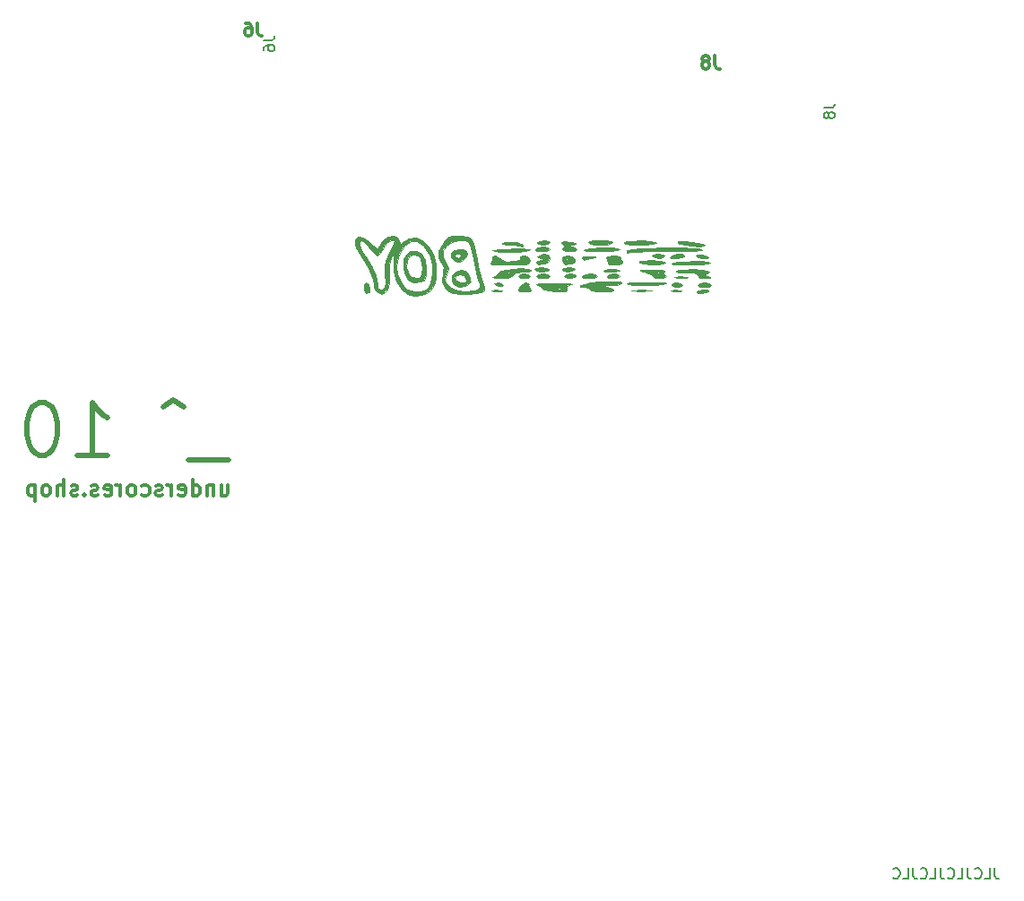
<source format=gbo>
G04 #@! TF.GenerationSoftware,KiCad,Pcbnew,6.0.7*
G04 #@! TF.CreationDate,2023-08-31T11:58:30+12:00*
G04 #@! TF.ProjectId,recurBOY,72656375-7242-44f5-992e-6b696361645f,v0_7_2*
G04 #@! TF.SameCoordinates,Original*
G04 #@! TF.FileFunction,Legend,Bot*
G04 #@! TF.FilePolarity,Positive*
%FSLAX46Y46*%
G04 Gerber Fmt 4.6, Leading zero omitted, Abs format (unit mm)*
G04 Created by KiCad (PCBNEW 6.0.7) date 2023-08-31 11:58:30*
%MOMM*%
%LPD*%
G01*
G04 APERTURE LIST*
%ADD10C,0.300000*%
%ADD11C,0.500000*%
%ADD12C,0.150000*%
%ADD13C,0.010000*%
G04 APERTURE END LIST*
D10*
X173500000Y-56542857D02*
X173500000Y-57400000D01*
X173557142Y-57571428D01*
X173671428Y-57685714D01*
X173842857Y-57742857D01*
X173957142Y-57742857D01*
X172757142Y-57057142D02*
X172871428Y-57000000D01*
X172928571Y-56942857D01*
X172985714Y-56828571D01*
X172985714Y-56771428D01*
X172928571Y-56657142D01*
X172871428Y-56600000D01*
X172757142Y-56542857D01*
X172528571Y-56542857D01*
X172414285Y-56600000D01*
X172357142Y-56657142D01*
X172300000Y-56771428D01*
X172300000Y-56828571D01*
X172357142Y-56942857D01*
X172414285Y-57000000D01*
X172528571Y-57057142D01*
X172757142Y-57057142D01*
X172871428Y-57114285D01*
X172928571Y-57171428D01*
X172985714Y-57285714D01*
X172985714Y-57514285D01*
X172928571Y-57628571D01*
X172871428Y-57685714D01*
X172757142Y-57742857D01*
X172528571Y-57742857D01*
X172414285Y-57685714D01*
X172357142Y-57628571D01*
X172300000Y-57514285D01*
X172300000Y-57285714D01*
X172357142Y-57171428D01*
X172414285Y-57114285D01*
X172528571Y-57057142D01*
D11*
X127600000Y-94738095D02*
X123790476Y-94738095D01*
X123314285Y-89738095D02*
X122361904Y-89023809D01*
X121409523Y-89738095D01*
X113314285Y-94261904D02*
X116171428Y-94261904D01*
X114742857Y-94261904D02*
X114742857Y-89261904D01*
X115219047Y-89976190D01*
X115695238Y-90452380D01*
X116171428Y-90690476D01*
X110219047Y-89261904D02*
X109742857Y-89261904D01*
X109266666Y-89500000D01*
X109028571Y-89738095D01*
X108790476Y-90214285D01*
X108552380Y-91166666D01*
X108552380Y-92357142D01*
X108790476Y-93309523D01*
X109028571Y-93785714D01*
X109266666Y-94023809D01*
X109742857Y-94261904D01*
X110219047Y-94261904D01*
X110695238Y-94023809D01*
X110933333Y-93785714D01*
X111171428Y-93309523D01*
X111409523Y-92357142D01*
X111409523Y-91166666D01*
X111171428Y-90214285D01*
X110933333Y-89738095D01*
X110695238Y-89500000D01*
X110219047Y-89261904D01*
D10*
X130300000Y-53442857D02*
X130300000Y-54300000D01*
X130357142Y-54471428D01*
X130471428Y-54585714D01*
X130642857Y-54642857D01*
X130757142Y-54642857D01*
X129214285Y-53442857D02*
X129442857Y-53442857D01*
X129557142Y-53500000D01*
X129614285Y-53557142D01*
X129728571Y-53728571D01*
X129785714Y-53957142D01*
X129785714Y-54414285D01*
X129728571Y-54528571D01*
X129671428Y-54585714D01*
X129557142Y-54642857D01*
X129328571Y-54642857D01*
X129214285Y-54585714D01*
X129157142Y-54528571D01*
X129100000Y-54414285D01*
X129100000Y-54128571D01*
X129157142Y-54014285D01*
X129214285Y-53957142D01*
X129328571Y-53900000D01*
X129557142Y-53900000D01*
X129671428Y-53957142D01*
X129728571Y-54014285D01*
X129785714Y-54128571D01*
X126885714Y-97078571D02*
X126885714Y-98078571D01*
X127528571Y-97078571D02*
X127528571Y-97864285D01*
X127457142Y-98007142D01*
X127314285Y-98078571D01*
X127100000Y-98078571D01*
X126957142Y-98007142D01*
X126885714Y-97935714D01*
X126171428Y-97078571D02*
X126171428Y-98078571D01*
X126171428Y-97221428D02*
X126100000Y-97150000D01*
X125957142Y-97078571D01*
X125742857Y-97078571D01*
X125600000Y-97150000D01*
X125528571Y-97292857D01*
X125528571Y-98078571D01*
X124171428Y-98078571D02*
X124171428Y-96578571D01*
X124171428Y-98007142D02*
X124314285Y-98078571D01*
X124600000Y-98078571D01*
X124742857Y-98007142D01*
X124814285Y-97935714D01*
X124885714Y-97792857D01*
X124885714Y-97364285D01*
X124814285Y-97221428D01*
X124742857Y-97150000D01*
X124600000Y-97078571D01*
X124314285Y-97078571D01*
X124171428Y-97150000D01*
X122885714Y-98007142D02*
X123028571Y-98078571D01*
X123314285Y-98078571D01*
X123457142Y-98007142D01*
X123528571Y-97864285D01*
X123528571Y-97292857D01*
X123457142Y-97150000D01*
X123314285Y-97078571D01*
X123028571Y-97078571D01*
X122885714Y-97150000D01*
X122814285Y-97292857D01*
X122814285Y-97435714D01*
X123528571Y-97578571D01*
X122171428Y-98078571D02*
X122171428Y-97078571D01*
X122171428Y-97364285D02*
X122100000Y-97221428D01*
X122028571Y-97150000D01*
X121885714Y-97078571D01*
X121742857Y-97078571D01*
X121314285Y-98007142D02*
X121171428Y-98078571D01*
X120885714Y-98078571D01*
X120742857Y-98007142D01*
X120671428Y-97864285D01*
X120671428Y-97792857D01*
X120742857Y-97650000D01*
X120885714Y-97578571D01*
X121100000Y-97578571D01*
X121242857Y-97507142D01*
X121314285Y-97364285D01*
X121314285Y-97292857D01*
X121242857Y-97150000D01*
X121100000Y-97078571D01*
X120885714Y-97078571D01*
X120742857Y-97150000D01*
X119385714Y-98007142D02*
X119528571Y-98078571D01*
X119814285Y-98078571D01*
X119957142Y-98007142D01*
X120028571Y-97935714D01*
X120100000Y-97792857D01*
X120100000Y-97364285D01*
X120028571Y-97221428D01*
X119957142Y-97150000D01*
X119814285Y-97078571D01*
X119528571Y-97078571D01*
X119385714Y-97150000D01*
X118528571Y-98078571D02*
X118671428Y-98007142D01*
X118742857Y-97935714D01*
X118814285Y-97792857D01*
X118814285Y-97364285D01*
X118742857Y-97221428D01*
X118671428Y-97150000D01*
X118528571Y-97078571D01*
X118314285Y-97078571D01*
X118171428Y-97150000D01*
X118100000Y-97221428D01*
X118028571Y-97364285D01*
X118028571Y-97792857D01*
X118100000Y-97935714D01*
X118171428Y-98007142D01*
X118314285Y-98078571D01*
X118528571Y-98078571D01*
X117385714Y-98078571D02*
X117385714Y-97078571D01*
X117385714Y-97364285D02*
X117314285Y-97221428D01*
X117242857Y-97150000D01*
X117100000Y-97078571D01*
X116957142Y-97078571D01*
X115885714Y-98007142D02*
X116028571Y-98078571D01*
X116314285Y-98078571D01*
X116457142Y-98007142D01*
X116528571Y-97864285D01*
X116528571Y-97292857D01*
X116457142Y-97150000D01*
X116314285Y-97078571D01*
X116028571Y-97078571D01*
X115885714Y-97150000D01*
X115814285Y-97292857D01*
X115814285Y-97435714D01*
X116528571Y-97578571D01*
X115242857Y-98007142D02*
X115100000Y-98078571D01*
X114814285Y-98078571D01*
X114671428Y-98007142D01*
X114600000Y-97864285D01*
X114600000Y-97792857D01*
X114671428Y-97650000D01*
X114814285Y-97578571D01*
X115028571Y-97578571D01*
X115171428Y-97507142D01*
X115242857Y-97364285D01*
X115242857Y-97292857D01*
X115171428Y-97150000D01*
X115028571Y-97078571D01*
X114814285Y-97078571D01*
X114671428Y-97150000D01*
X113957142Y-97935714D02*
X113885714Y-98007142D01*
X113957142Y-98078571D01*
X114028571Y-98007142D01*
X113957142Y-97935714D01*
X113957142Y-98078571D01*
X113314285Y-98007142D02*
X113171428Y-98078571D01*
X112885714Y-98078571D01*
X112742857Y-98007142D01*
X112671428Y-97864285D01*
X112671428Y-97792857D01*
X112742857Y-97650000D01*
X112885714Y-97578571D01*
X113100000Y-97578571D01*
X113242857Y-97507142D01*
X113314285Y-97364285D01*
X113314285Y-97292857D01*
X113242857Y-97150000D01*
X113100000Y-97078571D01*
X112885714Y-97078571D01*
X112742857Y-97150000D01*
X112028571Y-98078571D02*
X112028571Y-96578571D01*
X111385714Y-98078571D02*
X111385714Y-97292857D01*
X111457142Y-97150000D01*
X111600000Y-97078571D01*
X111814285Y-97078571D01*
X111957142Y-97150000D01*
X112028571Y-97221428D01*
X110457142Y-98078571D02*
X110600000Y-98007142D01*
X110671428Y-97935714D01*
X110742857Y-97792857D01*
X110742857Y-97364285D01*
X110671428Y-97221428D01*
X110600000Y-97150000D01*
X110457142Y-97078571D01*
X110242857Y-97078571D01*
X110100000Y-97150000D01*
X110028571Y-97221428D01*
X109957142Y-97364285D01*
X109957142Y-97792857D01*
X110028571Y-97935714D01*
X110100000Y-98007142D01*
X110242857Y-98078571D01*
X110457142Y-98078571D01*
X109314285Y-97078571D02*
X109314285Y-98578571D01*
X109314285Y-97150000D02*
X109171428Y-97078571D01*
X108885714Y-97078571D01*
X108742857Y-97150000D01*
X108671428Y-97221428D01*
X108600000Y-97364285D01*
X108600000Y-97792857D01*
X108671428Y-97935714D01*
X108742857Y-98007142D01*
X108885714Y-98078571D01*
X109171428Y-98078571D01*
X109314285Y-98007142D01*
D12*
X199919047Y-133252380D02*
X199919047Y-133966666D01*
X199966666Y-134109523D01*
X200061904Y-134204761D01*
X200204761Y-134252380D01*
X200300000Y-134252380D01*
X198966666Y-134252380D02*
X199442857Y-134252380D01*
X199442857Y-133252380D01*
X198061904Y-134157142D02*
X198109523Y-134204761D01*
X198252380Y-134252380D01*
X198347619Y-134252380D01*
X198490476Y-134204761D01*
X198585714Y-134109523D01*
X198633333Y-134014285D01*
X198680952Y-133823809D01*
X198680952Y-133680952D01*
X198633333Y-133490476D01*
X198585714Y-133395238D01*
X198490476Y-133300000D01*
X198347619Y-133252380D01*
X198252380Y-133252380D01*
X198109523Y-133300000D01*
X198061904Y-133347619D01*
X197347619Y-133252380D02*
X197347619Y-133966666D01*
X197395238Y-134109523D01*
X197490476Y-134204761D01*
X197633333Y-134252380D01*
X197728571Y-134252380D01*
X196395238Y-134252380D02*
X196871428Y-134252380D01*
X196871428Y-133252380D01*
X195490476Y-134157142D02*
X195538095Y-134204761D01*
X195680952Y-134252380D01*
X195776190Y-134252380D01*
X195919047Y-134204761D01*
X196014285Y-134109523D01*
X196061904Y-134014285D01*
X196109523Y-133823809D01*
X196109523Y-133680952D01*
X196061904Y-133490476D01*
X196014285Y-133395238D01*
X195919047Y-133300000D01*
X195776190Y-133252380D01*
X195680952Y-133252380D01*
X195538095Y-133300000D01*
X195490476Y-133347619D01*
X194776190Y-133252380D02*
X194776190Y-133966666D01*
X194823809Y-134109523D01*
X194919047Y-134204761D01*
X195061904Y-134252380D01*
X195157142Y-134252380D01*
X193823809Y-134252380D02*
X194300000Y-134252380D01*
X194300000Y-133252380D01*
X192919047Y-134157142D02*
X192966666Y-134204761D01*
X193109523Y-134252380D01*
X193204761Y-134252380D01*
X193347619Y-134204761D01*
X193442857Y-134109523D01*
X193490476Y-134014285D01*
X193538095Y-133823809D01*
X193538095Y-133680952D01*
X193490476Y-133490476D01*
X193442857Y-133395238D01*
X193347619Y-133300000D01*
X193204761Y-133252380D01*
X193109523Y-133252380D01*
X192966666Y-133300000D01*
X192919047Y-133347619D01*
X192204761Y-133252380D02*
X192204761Y-133966666D01*
X192252380Y-134109523D01*
X192347619Y-134204761D01*
X192490476Y-134252380D01*
X192585714Y-134252380D01*
X191252380Y-134252380D02*
X191728571Y-134252380D01*
X191728571Y-133252380D01*
X190347619Y-134157142D02*
X190395238Y-134204761D01*
X190538095Y-134252380D01*
X190633333Y-134252380D01*
X190776190Y-134204761D01*
X190871428Y-134109523D01*
X190919047Y-134014285D01*
X190966666Y-133823809D01*
X190966666Y-133680952D01*
X190919047Y-133490476D01*
X190871428Y-133395238D01*
X190776190Y-133300000D01*
X190633333Y-133252380D01*
X190538095Y-133252380D01*
X190395238Y-133300000D01*
X190347619Y-133347619D01*
X130922380Y-55066666D02*
X131636666Y-55066666D01*
X131779523Y-55019047D01*
X131874761Y-54923809D01*
X131922380Y-54780952D01*
X131922380Y-54685714D01*
X130922380Y-55971428D02*
X130922380Y-55780952D01*
X130970000Y-55685714D01*
X131017619Y-55638095D01*
X131160476Y-55542857D01*
X131350952Y-55495238D01*
X131731904Y-55495238D01*
X131827142Y-55542857D01*
X131874761Y-55590476D01*
X131922380Y-55685714D01*
X131922380Y-55876190D01*
X131874761Y-55971428D01*
X131827142Y-56019047D01*
X131731904Y-56066666D01*
X131493809Y-56066666D01*
X131398571Y-56019047D01*
X131350952Y-55971428D01*
X131303333Y-55876190D01*
X131303333Y-55685714D01*
X131350952Y-55590476D01*
X131398571Y-55542857D01*
X131493809Y-55495238D01*
X183782380Y-61436666D02*
X184496666Y-61436666D01*
X184639523Y-61389047D01*
X184734761Y-61293809D01*
X184782380Y-61150952D01*
X184782380Y-61055714D01*
X184210952Y-62055714D02*
X184163333Y-61960476D01*
X184115714Y-61912857D01*
X184020476Y-61865238D01*
X183972857Y-61865238D01*
X183877619Y-61912857D01*
X183830000Y-61960476D01*
X183782380Y-62055714D01*
X183782380Y-62246190D01*
X183830000Y-62341428D01*
X183877619Y-62389047D01*
X183972857Y-62436666D01*
X184020476Y-62436666D01*
X184115714Y-62389047D01*
X184163333Y-62341428D01*
X184210952Y-62246190D01*
X184210952Y-62055714D01*
X184258571Y-61960476D01*
X184306190Y-61912857D01*
X184401428Y-61865238D01*
X184591904Y-61865238D01*
X184687142Y-61912857D01*
X184734761Y-61960476D01*
X184782380Y-62055714D01*
X184782380Y-62246190D01*
X184734761Y-62341428D01*
X184687142Y-62389047D01*
X184591904Y-62436666D01*
X184401428Y-62436666D01*
X184306190Y-62389047D01*
X184258571Y-62341428D01*
X184210952Y-62246190D01*
G36*
X170772506Y-77394778D02*
G01*
X170919895Y-77432358D01*
X170779423Y-77470287D01*
X170299166Y-77486127D01*
X169906324Y-77479196D01*
X169629000Y-77447243D01*
X169714173Y-77397667D01*
X170146525Y-77359958D01*
X170772506Y-77394778D01*
G37*
D13*
X170772506Y-77394778D02*
X170919895Y-77432358D01*
X170779423Y-77470287D01*
X170299166Y-77486127D01*
X169906324Y-77479196D01*
X169629000Y-77447243D01*
X169714173Y-77397667D01*
X170146525Y-77359958D01*
X170772506Y-77394778D01*
G36*
X172529567Y-77970016D02*
G01*
X172972735Y-78033048D01*
X173156666Y-78181666D01*
X173156618Y-78184300D01*
X172967521Y-78332022D01*
X172521666Y-78393333D01*
X172513766Y-78393317D01*
X172070598Y-78330284D01*
X171886666Y-78181666D01*
X171886715Y-78179033D01*
X172075812Y-78031310D01*
X172521666Y-77970000D01*
X172529567Y-77970016D01*
G37*
X172529567Y-77970016D02*
X172972735Y-78033048D01*
X173156666Y-78181666D01*
X173156618Y-78184300D01*
X172967521Y-78332022D01*
X172521666Y-78393333D01*
X172513766Y-78393317D01*
X172070598Y-78330284D01*
X171886666Y-78181666D01*
X171886715Y-78179033D01*
X172075812Y-78031310D01*
X172521666Y-77970000D01*
X172529567Y-77970016D01*
G36*
X155323176Y-74747817D02*
G01*
X155820002Y-74775653D01*
X156011666Y-74829935D01*
X155924735Y-74894724D01*
X155521402Y-74986197D01*
X154900416Y-75048521D01*
X154421332Y-75064089D01*
X153775449Y-75057480D01*
X153179546Y-75027772D01*
X152726951Y-74982190D01*
X152510993Y-74927962D01*
X152625000Y-74872315D01*
X152629250Y-74871579D01*
X153174224Y-74808307D01*
X153883037Y-74765611D01*
X154638437Y-74744958D01*
X155323176Y-74747817D01*
G37*
X155323176Y-74747817D02*
X155820002Y-74775653D01*
X156011666Y-74829935D01*
X155924735Y-74894724D01*
X155521402Y-74986197D01*
X154900416Y-75048521D01*
X154421332Y-75064089D01*
X153775449Y-75057480D01*
X153179546Y-75027772D01*
X152726951Y-74982190D01*
X152510993Y-74927962D01*
X152625000Y-74872315D01*
X152629250Y-74871579D01*
X153174224Y-74808307D01*
X153883037Y-74765611D01*
X154638437Y-74744958D01*
X155323176Y-74747817D01*
G36*
X154294486Y-77363648D02*
G01*
X153908178Y-77494482D01*
X153184437Y-77517841D01*
X152767783Y-77496888D01*
X152488849Y-77451611D01*
X152572083Y-77397286D01*
X152868446Y-77277953D01*
X153048333Y-77020839D01*
X153049219Y-77017500D01*
X153895000Y-77017500D01*
X154000833Y-77123333D01*
X154106666Y-77017500D01*
X154000833Y-76911666D01*
X153895000Y-77017500D01*
X153049219Y-77017500D01*
X153056485Y-76990118D01*
X153315502Y-76845653D01*
X153844604Y-76727142D01*
X154516043Y-76646149D01*
X155202072Y-76614239D01*
X155774946Y-76642980D01*
X156106916Y-76743934D01*
X156126541Y-76792699D01*
X155909039Y-76877932D01*
X155412357Y-76911666D01*
X155401129Y-76911678D01*
X154705783Y-76991531D01*
X154671806Y-77017500D01*
X154394877Y-77229166D01*
X154294486Y-77363648D01*
G37*
X154294486Y-77363648D02*
X153908178Y-77494482D01*
X153184437Y-77517841D01*
X152767783Y-77496888D01*
X152488849Y-77451611D01*
X152572083Y-77397286D01*
X152868446Y-77277953D01*
X153048333Y-77020839D01*
X153049219Y-77017500D01*
X153895000Y-77017500D01*
X154000833Y-77123333D01*
X154106666Y-77017500D01*
X154000833Y-76911666D01*
X153895000Y-77017500D01*
X153049219Y-77017500D01*
X153056485Y-76990118D01*
X153315502Y-76845653D01*
X153844604Y-76727142D01*
X154516043Y-76646149D01*
X155202072Y-76614239D01*
X155774946Y-76642980D01*
X156106916Y-76743934D01*
X156126541Y-76792699D01*
X155909039Y-76877932D01*
X155412357Y-76911666D01*
X155401129Y-76911678D01*
X154705783Y-76991531D01*
X154671806Y-77017500D01*
X154394877Y-77229166D01*
X154294486Y-77363648D01*
G36*
X164297582Y-77174502D02*
G01*
X164478333Y-77335000D01*
X164478078Y-77340960D01*
X164282066Y-77486447D01*
X163830841Y-77546666D01*
X163808690Y-77546564D01*
X163396878Y-77484907D01*
X163314166Y-77335000D01*
X163513476Y-77201377D01*
X163961658Y-77123333D01*
X164297582Y-77174502D01*
G37*
X164297582Y-77174502D02*
X164478333Y-77335000D01*
X164478078Y-77340960D01*
X164282066Y-77486447D01*
X163830841Y-77546666D01*
X163808690Y-77546564D01*
X163396878Y-77484907D01*
X163314166Y-77335000D01*
X163513476Y-77201377D01*
X163961658Y-77123333D01*
X164297582Y-77174502D01*
G36*
X164499068Y-77863858D02*
G01*
X164690000Y-77950998D01*
X164640722Y-78025706D01*
X164284445Y-78149359D01*
X163684583Y-78210491D01*
X163322856Y-78229488D01*
X163075818Y-78275944D01*
X163208333Y-78334248D01*
X163586563Y-78437489D01*
X163938583Y-78622923D01*
X163932252Y-78706157D01*
X163599087Y-78787361D01*
X162933167Y-78816666D01*
X162414610Y-78795991D01*
X161918412Y-78719141D01*
X161726666Y-78605000D01*
X161572771Y-78460872D01*
X161155167Y-78393333D01*
X160799688Y-78343532D01*
X160784750Y-78204794D01*
X160812202Y-78184100D01*
X161170247Y-78066685D01*
X161779922Y-77965199D01*
X162529435Y-77886909D01*
X163306992Y-77839078D01*
X164000801Y-77828972D01*
X164499068Y-77863858D01*
G37*
X164499068Y-77863858D02*
X164690000Y-77950998D01*
X164640722Y-78025706D01*
X164284445Y-78149359D01*
X163684583Y-78210491D01*
X163322856Y-78229488D01*
X163075818Y-78275944D01*
X163208333Y-78334248D01*
X163586563Y-78437489D01*
X163938583Y-78622923D01*
X163932252Y-78706157D01*
X163599087Y-78787361D01*
X162933167Y-78816666D01*
X162414610Y-78795991D01*
X161918412Y-78719141D01*
X161726666Y-78605000D01*
X161572771Y-78460872D01*
X161155167Y-78393333D01*
X160799688Y-78343532D01*
X160784750Y-78204794D01*
X160812202Y-78184100D01*
X161170247Y-78066685D01*
X161779922Y-77965199D01*
X162529435Y-77886909D01*
X163306992Y-77839078D01*
X164000801Y-77828972D01*
X164499068Y-77863858D01*
G36*
X157735915Y-73999502D02*
G01*
X157916666Y-74160000D01*
X157916411Y-74165960D01*
X157720399Y-74311447D01*
X157269175Y-74371666D01*
X157247023Y-74371564D01*
X156835211Y-74309907D01*
X156752500Y-74160000D01*
X156951810Y-74026377D01*
X157399992Y-73948333D01*
X157735915Y-73999502D01*
G37*
X157735915Y-73999502D02*
X157916666Y-74160000D01*
X157916411Y-74165960D01*
X157720399Y-74311447D01*
X157269175Y-74371666D01*
X157247023Y-74371564D01*
X156835211Y-74309907D01*
X156752500Y-74160000D01*
X156951810Y-74026377D01*
X157399992Y-73948333D01*
X157735915Y-73999502D01*
G36*
X168082406Y-75218416D02*
G01*
X168527454Y-75282493D01*
X168711666Y-75430000D01*
X168586763Y-75567617D01*
X168194992Y-75641666D01*
X167839268Y-75593847D01*
X167547500Y-75430000D01*
X167543325Y-75422738D01*
X167641033Y-75275658D01*
X168064175Y-75218333D01*
X168082406Y-75218416D01*
G37*
X168082406Y-75218416D02*
X168527454Y-75282493D01*
X168711666Y-75430000D01*
X168586763Y-75567617D01*
X168194992Y-75641666D01*
X167839268Y-75593847D01*
X167547500Y-75430000D01*
X167543325Y-75422738D01*
X167641033Y-75275658D01*
X168064175Y-75218333D01*
X168082406Y-75218416D01*
G36*
X172769078Y-78647547D02*
G01*
X172868563Y-78769101D01*
X172662012Y-78888968D01*
X172209451Y-78979358D01*
X171855147Y-78956906D01*
X171781704Y-78815257D01*
X171988091Y-78680744D01*
X172440817Y-78605000D01*
X172769078Y-78647547D01*
G37*
X172769078Y-78647547D02*
X172868563Y-78769101D01*
X172662012Y-78888968D01*
X172209451Y-78979358D01*
X171855147Y-78956906D01*
X171781704Y-78815257D01*
X171988091Y-78680744D01*
X172440817Y-78605000D01*
X172769078Y-78647547D01*
G36*
X155884906Y-77999707D02*
G01*
X155942947Y-78109274D01*
X155905147Y-78223963D01*
X156039420Y-78532608D01*
X156119678Y-78652337D01*
X156044931Y-78782709D01*
X155614251Y-78816666D01*
X155585940Y-78816585D01*
X155138196Y-78789395D01*
X154953333Y-78728145D01*
X154967186Y-78587827D01*
X155212569Y-78152735D01*
X155646257Y-77970000D01*
X155884906Y-77999707D01*
G37*
X155884906Y-77999707D02*
X155942947Y-78109274D01*
X155905147Y-78223963D01*
X156039420Y-78532608D01*
X156119678Y-78652337D01*
X156044931Y-78782709D01*
X155614251Y-78816666D01*
X155585940Y-78816585D01*
X155138196Y-78789395D01*
X154953333Y-78728145D01*
X154967186Y-78587827D01*
X155212569Y-78152735D01*
X155646257Y-77970000D01*
X155884906Y-77999707D01*
G36*
X146011458Y-77725541D02*
G01*
X145653579Y-77889868D01*
X145111875Y-77926625D01*
X144743439Y-77850030D01*
X144440754Y-77592371D01*
X144206693Y-77039831D01*
X144071468Y-76486218D01*
X144376033Y-76486218D01*
X144589114Y-77137248D01*
X144822053Y-77385556D01*
X145329947Y-77546666D01*
X145459688Y-77543555D01*
X145719266Y-77462857D01*
X145829019Y-77186746D01*
X145851666Y-76601613D01*
X145832948Y-76146331D01*
X145705449Y-75685504D01*
X145414803Y-75422758D01*
X145035511Y-75320651D01*
X144643449Y-75486105D01*
X144408884Y-75905232D01*
X144376033Y-76486218D01*
X144071468Y-76486218D01*
X144062384Y-76449027D01*
X144107570Y-75721479D01*
X144487185Y-75131386D01*
X144761174Y-74967097D01*
X145288345Y-74957857D01*
X145786498Y-75205411D01*
X146088802Y-75655197D01*
X146122005Y-75781755D01*
X146241667Y-76589217D01*
X146240978Y-76601613D01*
X146203046Y-77284590D01*
X146011458Y-77725541D01*
G37*
X146011458Y-77725541D02*
X145653579Y-77889868D01*
X145111875Y-77926625D01*
X144743439Y-77850030D01*
X144440754Y-77592371D01*
X144206693Y-77039831D01*
X144071468Y-76486218D01*
X144376033Y-76486218D01*
X144589114Y-77137248D01*
X144822053Y-77385556D01*
X145329947Y-77546666D01*
X145459688Y-77543555D01*
X145719266Y-77462857D01*
X145829019Y-77186746D01*
X145851666Y-76601613D01*
X145832948Y-76146331D01*
X145705449Y-75685504D01*
X145414803Y-75422758D01*
X145035511Y-75320651D01*
X144643449Y-75486105D01*
X144408884Y-75905232D01*
X144376033Y-76486218D01*
X144071468Y-76486218D01*
X144062384Y-76449027D01*
X144107570Y-75721479D01*
X144487185Y-75131386D01*
X144761174Y-74967097D01*
X145288345Y-74957857D01*
X145786498Y-75205411D01*
X146088802Y-75655197D01*
X146122005Y-75781755D01*
X146241667Y-76589217D01*
X146240978Y-76601613D01*
X146203046Y-77284590D01*
X146011458Y-77725541D01*
G36*
X157733025Y-74645245D02*
G01*
X157916666Y-74795000D01*
X157908891Y-74825346D01*
X157657949Y-74954322D01*
X157163341Y-75006666D01*
X157061475Y-75005104D01*
X156630258Y-74939030D01*
X156540833Y-74795000D01*
X156805337Y-74648580D01*
X157294158Y-74583333D01*
X157733025Y-74645245D01*
G37*
X157733025Y-74645245D02*
X157916666Y-74795000D01*
X157908891Y-74825346D01*
X157657949Y-74954322D01*
X157163341Y-75006666D01*
X157061475Y-75005104D01*
X156630258Y-74939030D01*
X156540833Y-74795000D01*
X156805337Y-74648580D01*
X157294158Y-74583333D01*
X157733025Y-74645245D01*
G36*
X166637608Y-73984951D02*
G01*
X167353850Y-74018666D01*
X167823401Y-74087872D01*
X167958023Y-74180727D01*
X167893104Y-74227353D01*
X167511568Y-74310985D01*
X166912813Y-74357294D01*
X166224642Y-74366539D01*
X165574858Y-74338983D01*
X165091265Y-74274883D01*
X164901666Y-74174502D01*
X164908604Y-74156086D01*
X165168976Y-74066382D01*
X165730193Y-74004727D01*
X166488848Y-73983563D01*
X166637608Y-73984951D01*
G37*
X166637608Y-73984951D02*
X167353850Y-74018666D01*
X167823401Y-74087872D01*
X167958023Y-74180727D01*
X167893104Y-74227353D01*
X167511568Y-74310985D01*
X166912813Y-74357294D01*
X166224642Y-74366539D01*
X165574858Y-74338983D01*
X165091265Y-74274883D01*
X164901666Y-74174502D01*
X164908604Y-74156086D01*
X165168976Y-74066382D01*
X165730193Y-74004727D01*
X166488848Y-73983563D01*
X166637608Y-73984951D01*
G36*
X170643384Y-74044199D02*
G01*
X171253613Y-74103185D01*
X171864079Y-74196717D01*
X172333767Y-74306218D01*
X172521666Y-74413108D01*
X172436322Y-74483917D01*
X172012826Y-74520057D01*
X171304583Y-74466230D01*
X170777213Y-74397762D01*
X170209104Y-74297142D01*
X169969335Y-74197246D01*
X169999305Y-74080768D01*
X170174405Y-74038341D01*
X170643384Y-74044199D01*
G37*
X170643384Y-74044199D02*
X171253613Y-74103185D01*
X171864079Y-74196717D01*
X172333767Y-74306218D01*
X172521666Y-74413108D01*
X172436322Y-74483917D01*
X172012826Y-74520057D01*
X171304583Y-74466230D01*
X170777213Y-74397762D01*
X170209104Y-74297142D01*
X169969335Y-74197246D01*
X169999305Y-74080768D01*
X170174405Y-74038341D01*
X170643384Y-74044199D01*
G36*
X146964090Y-78206911D02*
G01*
X146602121Y-78720454D01*
X146114857Y-79074996D01*
X145311210Y-79240000D01*
X144605046Y-79091361D01*
X143920765Y-78599791D01*
X143417660Y-77839094D01*
X143144524Y-76886505D01*
X143146749Y-76464524D01*
X143405385Y-76464524D01*
X143510873Y-77077058D01*
X143534704Y-77159828D01*
X143813752Y-77825146D01*
X144162938Y-78349512D01*
X144461224Y-78580596D01*
X145121244Y-78796227D01*
X145812205Y-78772293D01*
X146353124Y-78496637D01*
X146655189Y-78007904D01*
X146827060Y-77193335D01*
X146784281Y-76260810D01*
X146519515Y-75349128D01*
X146474669Y-75250731D01*
X145958414Y-74450336D01*
X145381459Y-74058909D01*
X144785792Y-74076586D01*
X144213401Y-74503509D01*
X143706271Y-75339815D01*
X143488889Y-75900727D01*
X143405385Y-76464524D01*
X143146749Y-76464524D01*
X143150151Y-75819259D01*
X143199021Y-75409729D01*
X143147723Y-75320871D01*
X142952365Y-75556074D01*
X142916519Y-75610604D01*
X142740428Y-76220257D01*
X142716356Y-77171979D01*
X142723168Y-77867233D01*
X142630136Y-78404520D01*
X142404823Y-78755891D01*
X142034953Y-79000713D01*
X141668356Y-78896523D01*
X141462600Y-78719448D01*
X141281234Y-78370944D01*
X141264385Y-78140739D01*
X141227240Y-77628152D01*
X141227053Y-77625708D01*
X141093495Y-77228504D01*
X140778207Y-76621404D01*
X140348838Y-75934818D01*
X140345288Y-75929588D01*
X139920641Y-75237747D01*
X139617819Y-74618836D01*
X139551565Y-74382480D01*
X139938024Y-74382480D01*
X140111765Y-74871812D01*
X140457062Y-75394839D01*
X140533068Y-75487805D01*
X141086410Y-76344977D01*
X141472957Y-77262477D01*
X141618333Y-78069034D01*
X141681616Y-78420164D01*
X141923341Y-78605000D01*
X142071774Y-78591429D01*
X142324323Y-78410657D01*
X142410440Y-77964429D01*
X142351053Y-77183179D01*
X142309642Y-76478751D01*
X142432051Y-75872196D01*
X142766177Y-75154216D01*
X142936026Y-74836981D01*
X143197394Y-74320980D01*
X143274832Y-74057413D01*
X143179277Y-73961468D01*
X142921664Y-73948333D01*
X142876954Y-73951999D01*
X142502573Y-74181507D01*
X142132697Y-74689166D01*
X142046504Y-74844636D01*
X141783267Y-75262370D01*
X141623116Y-75429993D01*
X141566935Y-75399115D01*
X141299661Y-75135121D01*
X140921393Y-74689160D01*
X140749741Y-74483999D01*
X140371706Y-74100482D01*
X140127643Y-73948333D01*
X139961667Y-74040256D01*
X139938024Y-74382480D01*
X139551565Y-74382480D01*
X139502171Y-74206273D01*
X139557914Y-73854746D01*
X139827070Y-73609059D01*
X140274094Y-73700551D01*
X140848612Y-74132000D01*
X141118129Y-74385857D01*
X141543377Y-74719441D01*
X141765785Y-74748568D01*
X141830000Y-74489502D01*
X141866873Y-74336080D01*
X142174219Y-73962861D01*
X142661196Y-73653810D01*
X143166913Y-73525000D01*
X143418939Y-73604893D01*
X143675882Y-73956795D01*
X143706534Y-74057413D01*
X143741613Y-74172567D01*
X143881074Y-74265419D01*
X144178219Y-74036170D01*
X144615192Y-73768227D01*
X145269048Y-73713726D01*
X145918295Y-73978080D01*
X146492435Y-74510284D01*
X146920974Y-75259335D01*
X147133414Y-76174230D01*
X147159944Y-76565020D01*
X147148936Y-77193335D01*
X147143192Y-77521211D01*
X146964090Y-78206911D01*
G37*
X146964090Y-78206911D02*
X146602121Y-78720454D01*
X146114857Y-79074996D01*
X145311210Y-79240000D01*
X144605046Y-79091361D01*
X143920765Y-78599791D01*
X143417660Y-77839094D01*
X143144524Y-76886505D01*
X143146749Y-76464524D01*
X143405385Y-76464524D01*
X143510873Y-77077058D01*
X143534704Y-77159828D01*
X143813752Y-77825146D01*
X144162938Y-78349512D01*
X144461224Y-78580596D01*
X145121244Y-78796227D01*
X145812205Y-78772293D01*
X146353124Y-78496637D01*
X146655189Y-78007904D01*
X146827060Y-77193335D01*
X146784281Y-76260810D01*
X146519515Y-75349128D01*
X146474669Y-75250731D01*
X145958414Y-74450336D01*
X145381459Y-74058909D01*
X144785792Y-74076586D01*
X144213401Y-74503509D01*
X143706271Y-75339815D01*
X143488889Y-75900727D01*
X143405385Y-76464524D01*
X143146749Y-76464524D01*
X143150151Y-75819259D01*
X143199021Y-75409729D01*
X143147723Y-75320871D01*
X142952365Y-75556074D01*
X142916519Y-75610604D01*
X142740428Y-76220257D01*
X142716356Y-77171979D01*
X142723168Y-77867233D01*
X142630136Y-78404520D01*
X142404823Y-78755891D01*
X142034953Y-79000713D01*
X141668356Y-78896523D01*
X141462600Y-78719448D01*
X141281234Y-78370944D01*
X141264385Y-78140739D01*
X141227240Y-77628152D01*
X141227053Y-77625708D01*
X141093495Y-77228504D01*
X140778207Y-76621404D01*
X140348838Y-75934818D01*
X140345288Y-75929588D01*
X139920641Y-75237747D01*
X139617819Y-74618836D01*
X139551565Y-74382480D01*
X139938024Y-74382480D01*
X140111765Y-74871812D01*
X140457062Y-75394839D01*
X140533068Y-75487805D01*
X141086410Y-76344977D01*
X141472957Y-77262477D01*
X141618333Y-78069034D01*
X141681616Y-78420164D01*
X141923341Y-78605000D01*
X142071774Y-78591429D01*
X142324323Y-78410657D01*
X142410440Y-77964429D01*
X142351053Y-77183179D01*
X142309642Y-76478751D01*
X142432051Y-75872196D01*
X142766177Y-75154216D01*
X142936026Y-74836981D01*
X143197394Y-74320980D01*
X143274832Y-74057413D01*
X143179277Y-73961468D01*
X142921664Y-73948333D01*
X142876954Y-73951999D01*
X142502573Y-74181507D01*
X142132697Y-74689166D01*
X142046504Y-74844636D01*
X141783267Y-75262370D01*
X141623116Y-75429993D01*
X141566935Y-75399115D01*
X141299661Y-75135121D01*
X140921393Y-74689160D01*
X140749741Y-74483999D01*
X140371706Y-74100482D01*
X140127643Y-73948333D01*
X139961667Y-74040256D01*
X139938024Y-74382480D01*
X139551565Y-74382480D01*
X139502171Y-74206273D01*
X139557914Y-73854746D01*
X139827070Y-73609059D01*
X140274094Y-73700551D01*
X140848612Y-74132000D01*
X141118129Y-74385857D01*
X141543377Y-74719441D01*
X141765785Y-74748568D01*
X141830000Y-74489502D01*
X141866873Y-74336080D01*
X142174219Y-73962861D01*
X142661196Y-73653810D01*
X143166913Y-73525000D01*
X143418939Y-73604893D01*
X143675882Y-73956795D01*
X143706534Y-74057413D01*
X143741613Y-74172567D01*
X143881074Y-74265419D01*
X144178219Y-74036170D01*
X144615192Y-73768227D01*
X145269048Y-73713726D01*
X145918295Y-73978080D01*
X146492435Y-74510284D01*
X146920974Y-75259335D01*
X147133414Y-76174230D01*
X147159944Y-76565020D01*
X147148936Y-77193335D01*
X147143192Y-77521211D01*
X146964090Y-78206911D01*
G36*
X151691726Y-78737009D02*
G01*
X151438746Y-78876711D01*
X150897128Y-78976335D01*
X150198919Y-79030496D01*
X149476167Y-79033808D01*
X148860921Y-78980885D01*
X148485231Y-78866342D01*
X148081684Y-78490601D01*
X147755956Y-77810773D01*
X147799052Y-77092731D01*
X147846822Y-76945938D01*
X147895964Y-76472074D01*
X147674904Y-76091598D01*
X147627504Y-76037382D01*
X147370544Y-75547491D01*
X147373876Y-75515599D01*
X147805264Y-75515599D01*
X148102084Y-76095847D01*
X148273868Y-76320296D01*
X148332545Y-76648784D01*
X148169485Y-77148717D01*
X148154868Y-77184141D01*
X148008859Y-77641935D01*
X148096925Y-77952973D01*
X148470872Y-78318286D01*
X148775774Y-78544804D01*
X149253712Y-78732043D01*
X149883768Y-78765161D01*
X150793410Y-78663081D01*
X151030148Y-78617987D01*
X151289284Y-78455017D01*
X151265513Y-78112713D01*
X151156266Y-77678529D01*
X150994798Y-76980661D01*
X150816236Y-76170833D01*
X150632234Y-75321610D01*
X150463389Y-74633660D01*
X150306889Y-74224947D01*
X150118852Y-74022880D01*
X149855394Y-73954871D01*
X149472633Y-73948333D01*
X148822376Y-74053969D01*
X148221479Y-74406806D01*
X147863752Y-74923300D01*
X147805264Y-75515599D01*
X147373876Y-75515599D01*
X147428808Y-74989793D01*
X147809583Y-74265484D01*
X147904664Y-74121826D01*
X148236666Y-73732354D01*
X148630233Y-73564691D01*
X149265332Y-73527620D01*
X149555992Y-73538121D01*
X150127069Y-73631148D01*
X150445356Y-73789583D01*
X150461124Y-73811409D01*
X150684694Y-74285252D01*
X150906206Y-74983755D01*
X151075730Y-75725305D01*
X151143333Y-76328291D01*
X151146531Y-76409744D01*
X151256345Y-76998190D01*
X151473998Y-77651358D01*
X151535423Y-77808842D01*
X151687377Y-78365115D01*
X151688574Y-78455017D01*
X151692307Y-78735541D01*
X151691726Y-78737009D01*
G37*
X151691726Y-78737009D02*
X151438746Y-78876711D01*
X150897128Y-78976335D01*
X150198919Y-79030496D01*
X149476167Y-79033808D01*
X148860921Y-78980885D01*
X148485231Y-78866342D01*
X148081684Y-78490601D01*
X147755956Y-77810773D01*
X147799052Y-77092731D01*
X147846822Y-76945938D01*
X147895964Y-76472074D01*
X147674904Y-76091598D01*
X147627504Y-76037382D01*
X147370544Y-75547491D01*
X147373876Y-75515599D01*
X147805264Y-75515599D01*
X148102084Y-76095847D01*
X148273868Y-76320296D01*
X148332545Y-76648784D01*
X148169485Y-77148717D01*
X148154868Y-77184141D01*
X148008859Y-77641935D01*
X148096925Y-77952973D01*
X148470872Y-78318286D01*
X148775774Y-78544804D01*
X149253712Y-78732043D01*
X149883768Y-78765161D01*
X150793410Y-78663081D01*
X151030148Y-78617987D01*
X151289284Y-78455017D01*
X151265513Y-78112713D01*
X151156266Y-77678529D01*
X150994798Y-76980661D01*
X150816236Y-76170833D01*
X150632234Y-75321610D01*
X150463389Y-74633660D01*
X150306889Y-74224947D01*
X150118852Y-74022880D01*
X149855394Y-73954871D01*
X149472633Y-73948333D01*
X148822376Y-74053969D01*
X148221479Y-74406806D01*
X147863752Y-74923300D01*
X147805264Y-75515599D01*
X147373876Y-75515599D01*
X147428808Y-74989793D01*
X147809583Y-74265484D01*
X147904664Y-74121826D01*
X148236666Y-73732354D01*
X148630233Y-73564691D01*
X149265332Y-73527620D01*
X149555992Y-73538121D01*
X150127069Y-73631148D01*
X150445356Y-73789583D01*
X150461124Y-73811409D01*
X150684694Y-74285252D01*
X150906206Y-74983755D01*
X151075730Y-75725305D01*
X151143333Y-76328291D01*
X151146531Y-76409744D01*
X151256345Y-76998190D01*
X151473998Y-77651358D01*
X151535423Y-77808842D01*
X151687377Y-78365115D01*
X151688574Y-78455017D01*
X151692307Y-78735541D01*
X151691726Y-78737009D01*
G36*
X163158272Y-73967201D02*
G01*
X163651953Y-74044084D01*
X163843333Y-74160000D01*
X163739558Y-74247110D01*
X163316704Y-74336870D01*
X162679166Y-74371666D01*
X162200061Y-74352798D01*
X161706380Y-74275915D01*
X161515000Y-74160000D01*
X161618775Y-74072889D01*
X162041629Y-73983129D01*
X162679166Y-73948333D01*
X163158272Y-73967201D01*
G37*
X163158272Y-73967201D02*
X163651953Y-74044084D01*
X163843333Y-74160000D01*
X163739558Y-74247110D01*
X163316704Y-74336870D01*
X162679166Y-74371666D01*
X162200061Y-74352798D01*
X161706380Y-74275915D01*
X161515000Y-74160000D01*
X161618775Y-74072889D01*
X162041629Y-73983129D01*
X162679166Y-73948333D01*
X163158272Y-73967201D01*
G36*
X168199287Y-75875049D02*
G01*
X168700106Y-75946176D01*
X168817500Y-76065000D01*
X168570176Y-76187758D01*
X168041286Y-76257941D01*
X167395561Y-76260876D01*
X166790433Y-76196562D01*
X166383333Y-76065000D01*
X166365176Y-76052535D01*
X166362063Y-75942324D01*
X166735118Y-75878410D01*
X167507075Y-75856574D01*
X168199287Y-75875049D01*
G37*
X168199287Y-75875049D02*
X168700106Y-75946176D01*
X168817500Y-76065000D01*
X168570176Y-76187758D01*
X168041286Y-76257941D01*
X167395561Y-76260876D01*
X166790433Y-76196562D01*
X166383333Y-76065000D01*
X166365176Y-76052535D01*
X166362063Y-75942324D01*
X166735118Y-75878410D01*
X167507075Y-75856574D01*
X168199287Y-75875049D01*
G36*
X168232560Y-77914831D02*
G01*
X168731423Y-77956553D01*
X168923395Y-78022916D01*
X168868743Y-78060280D01*
X168490190Y-78122613D01*
X167830435Y-78165627D01*
X166983055Y-78181666D01*
X166511817Y-78177726D01*
X165784293Y-78152337D01*
X165309142Y-78108606D01*
X165171822Y-78052621D01*
X165183311Y-78043768D01*
X165481586Y-77976027D01*
X166051318Y-77928347D01*
X166776838Y-77901644D01*
X167542475Y-77896833D01*
X168232560Y-77914831D01*
G37*
X168232560Y-77914831D02*
X168731423Y-77956553D01*
X168923395Y-78022916D01*
X168868743Y-78060280D01*
X168490190Y-78122613D01*
X167830435Y-78165627D01*
X166983055Y-78181666D01*
X166511817Y-78177726D01*
X165784293Y-78152337D01*
X165309142Y-78108606D01*
X165171822Y-78052621D01*
X165183311Y-78043768D01*
X165481586Y-77976027D01*
X166051318Y-77928347D01*
X166776838Y-77901644D01*
X167542475Y-77896833D01*
X168232560Y-77914831D01*
G36*
X160064248Y-76539502D02*
G01*
X160245000Y-76700000D01*
X160244745Y-76705960D01*
X160048733Y-76851447D01*
X159597508Y-76911666D01*
X159575357Y-76911564D01*
X159163545Y-76849907D01*
X159080833Y-76700000D01*
X159280143Y-76566377D01*
X159728325Y-76488333D01*
X160064248Y-76539502D01*
G37*
X160064248Y-76539502D02*
X160245000Y-76700000D01*
X160244745Y-76705960D01*
X160048733Y-76851447D01*
X159597508Y-76911666D01*
X159575357Y-76911564D01*
X159163545Y-76849907D01*
X159080833Y-76700000D01*
X159280143Y-76566377D01*
X159728325Y-76488333D01*
X160064248Y-76539502D01*
G36*
X155830526Y-77175885D02*
G01*
X156011666Y-77335000D01*
X155880287Y-77474210D01*
X155482500Y-77546666D01*
X155134473Y-77494114D01*
X154953333Y-77335000D01*
X155084712Y-77195789D01*
X155482500Y-77123333D01*
X155830526Y-77175885D01*
G37*
X155830526Y-77175885D02*
X156011666Y-77335000D01*
X155880287Y-77474210D01*
X155482500Y-77546666D01*
X155134473Y-77494114D01*
X154953333Y-77335000D01*
X155084712Y-77195789D01*
X155482500Y-77123333D01*
X155830526Y-77175885D01*
G36*
X168658750Y-77120092D02*
G01*
X168755904Y-77136148D01*
X168923333Y-77335000D01*
X168914349Y-77376103D01*
X168676987Y-77508119D01*
X168255985Y-77540801D01*
X167838670Y-77476590D01*
X167612364Y-77317925D01*
X167598344Y-77289885D01*
X167310036Y-77089886D01*
X167181035Y-77045887D01*
X167902441Y-77045887D01*
X168076666Y-77123333D01*
X168188722Y-77108057D01*
X168217778Y-76982222D01*
X168186754Y-76956889D01*
X167935555Y-76982222D01*
X167902441Y-77045887D01*
X167181035Y-77045887D01*
X166800975Y-76916258D01*
X166798956Y-76915783D01*
X166480110Y-76826832D01*
X166474021Y-76771666D01*
X166817535Y-76740839D01*
X167547500Y-76724907D01*
X167639826Y-76723932D01*
X168390581Y-76738264D01*
X168741421Y-76799809D01*
X168711666Y-76911666D01*
X168626579Y-76982222D01*
X168548563Y-77046915D01*
X168658750Y-77120092D01*
G37*
X168658750Y-77120092D02*
X168755904Y-77136148D01*
X168923333Y-77335000D01*
X168914349Y-77376103D01*
X168676987Y-77508119D01*
X168255985Y-77540801D01*
X167838670Y-77476590D01*
X167612364Y-77317925D01*
X167598344Y-77289885D01*
X167310036Y-77089886D01*
X167181035Y-77045887D01*
X167902441Y-77045887D01*
X168076666Y-77123333D01*
X168188722Y-77108057D01*
X168217778Y-76982222D01*
X168186754Y-76956889D01*
X167935555Y-76982222D01*
X167902441Y-77045887D01*
X167181035Y-77045887D01*
X166800975Y-76916258D01*
X166798956Y-76915783D01*
X166480110Y-76826832D01*
X166474021Y-76771666D01*
X166817535Y-76740839D01*
X167547500Y-76724907D01*
X167639826Y-76723932D01*
X168390581Y-76738264D01*
X168741421Y-76799809D01*
X168711666Y-76911666D01*
X168626579Y-76982222D01*
X168548563Y-77046915D01*
X168658750Y-77120092D01*
G36*
X170223485Y-78023901D02*
G01*
X170405000Y-78181666D01*
X170331269Y-78302285D01*
X169994158Y-78393333D01*
X169751049Y-78359480D01*
X169452500Y-78181666D01*
X169503214Y-78037190D01*
X169863341Y-77970000D01*
X170223485Y-78023901D01*
G37*
X170223485Y-78023901D02*
X170405000Y-78181666D01*
X170331269Y-78302285D01*
X169994158Y-78393333D01*
X169751049Y-78359480D01*
X169452500Y-78181666D01*
X169503214Y-78037190D01*
X169863341Y-77970000D01*
X170223485Y-78023901D01*
G36*
X159518865Y-78644841D02*
G01*
X159437451Y-78774977D01*
X159102003Y-78811136D01*
X158429879Y-78771223D01*
X157933245Y-78712327D01*
X157376326Y-78592676D01*
X157243425Y-78527554D01*
X158589108Y-78527554D01*
X158763333Y-78605000D01*
X158875389Y-78589724D01*
X158904444Y-78463888D01*
X158873421Y-78438556D01*
X158622222Y-78463888D01*
X158589108Y-78527554D01*
X157243425Y-78527554D01*
X157103435Y-78458958D01*
X157015553Y-78358052D01*
X156646666Y-78124282D01*
X156653160Y-78087497D01*
X156977429Y-78047549D01*
X157599152Y-78023103D01*
X158445833Y-78018424D01*
X159105096Y-78028294D01*
X159716908Y-78052254D01*
X160022687Y-78085243D01*
X159963782Y-78123212D01*
X159902486Y-78133076D01*
X159518931Y-78276908D01*
X159499222Y-78463888D01*
X159491059Y-78541334D01*
X159518865Y-78644841D01*
G37*
X159518865Y-78644841D02*
X159437451Y-78774977D01*
X159102003Y-78811136D01*
X158429879Y-78771223D01*
X157933245Y-78712327D01*
X157376326Y-78592676D01*
X157243425Y-78527554D01*
X158589108Y-78527554D01*
X158763333Y-78605000D01*
X158875389Y-78589724D01*
X158904444Y-78463888D01*
X158873421Y-78438556D01*
X158622222Y-78463888D01*
X158589108Y-78527554D01*
X157243425Y-78527554D01*
X157103435Y-78458958D01*
X157015553Y-78358052D01*
X156646666Y-78124282D01*
X156653160Y-78087497D01*
X156977429Y-78047549D01*
X157599152Y-78023103D01*
X158445833Y-78018424D01*
X159105096Y-78028294D01*
X159716908Y-78052254D01*
X160022687Y-78085243D01*
X159963782Y-78123212D01*
X159902486Y-78133076D01*
X159518931Y-78276908D01*
X159499222Y-78463888D01*
X159491059Y-78541334D01*
X159518865Y-78644841D01*
G36*
X149714583Y-75836379D02*
G01*
X149399735Y-75998692D01*
X149071927Y-76010003D01*
X148716979Y-75725074D01*
X148579763Y-75544814D01*
X148573655Y-75430000D01*
X148920833Y-75430000D01*
X148964218Y-75488422D01*
X149238333Y-75641666D01*
X149294960Y-75633415D01*
X149555833Y-75430000D01*
X149538791Y-75297887D01*
X149238333Y-75218333D01*
X148987312Y-75264929D01*
X148920833Y-75430000D01*
X148573655Y-75430000D01*
X148560149Y-75176129D01*
X148878401Y-74902251D01*
X149475917Y-74795000D01*
X149577974Y-74796843D01*
X149974945Y-74899387D01*
X150085000Y-75207815D01*
X150033317Y-75430000D01*
X150024228Y-75469078D01*
X149714583Y-75836379D01*
G37*
X149714583Y-75836379D02*
X149399735Y-75998692D01*
X149071927Y-76010003D01*
X148716979Y-75725074D01*
X148579763Y-75544814D01*
X148573655Y-75430000D01*
X148920833Y-75430000D01*
X148964218Y-75488422D01*
X149238333Y-75641666D01*
X149294960Y-75633415D01*
X149555833Y-75430000D01*
X149538791Y-75297887D01*
X149238333Y-75218333D01*
X148987312Y-75264929D01*
X148920833Y-75430000D01*
X148573655Y-75430000D01*
X148560149Y-75176129D01*
X148878401Y-74902251D01*
X149475917Y-74795000D01*
X149577974Y-74796843D01*
X149974945Y-74899387D01*
X150085000Y-75207815D01*
X150033317Y-75430000D01*
X150024228Y-75469078D01*
X149714583Y-75836379D01*
G36*
X140761755Y-78132120D02*
G01*
X140902163Y-78497744D01*
X140863561Y-78839220D01*
X140818871Y-78891733D01*
X140545374Y-78913460D01*
X140462646Y-78828532D01*
X140359163Y-78492666D01*
X140383466Y-78135940D01*
X140537354Y-77970000D01*
X140761755Y-78132120D01*
G37*
X140761755Y-78132120D02*
X140902163Y-78497744D01*
X140863561Y-78839220D01*
X140818871Y-78891733D01*
X140545374Y-78913460D01*
X140462646Y-78828532D01*
X140359163Y-78492666D01*
X140383466Y-78135940D01*
X140537354Y-77970000D01*
X140761755Y-78132120D01*
G36*
X159852958Y-77123529D02*
G01*
X160267278Y-77185837D01*
X160350833Y-77335000D01*
X160221653Y-77446564D01*
X159821666Y-77546666D01*
X159591927Y-77514663D01*
X159292500Y-77335000D01*
X159286884Y-77324925D01*
X159391408Y-77179696D01*
X159821666Y-77123333D01*
X159852958Y-77123529D01*
G37*
X159852958Y-77123529D02*
X160267278Y-77185837D01*
X160350833Y-77335000D01*
X160221653Y-77446564D01*
X159821666Y-77546666D01*
X159591927Y-77514663D01*
X159292500Y-77335000D01*
X159286884Y-77324925D01*
X159391408Y-77179696D01*
X159821666Y-77123333D01*
X159852958Y-77123529D01*
G36*
X153310449Y-78666963D02*
G01*
X153414600Y-78694640D01*
X153352410Y-78742447D01*
X152942500Y-78763287D01*
X152718268Y-78760553D01*
X152414303Y-78728449D01*
X152463782Y-78671234D01*
X152758923Y-78632884D01*
X153310449Y-78666963D01*
G37*
X153310449Y-78666963D02*
X153414600Y-78694640D01*
X153352410Y-78742447D01*
X152942500Y-78763287D01*
X152718268Y-78760553D01*
X152414303Y-78728449D01*
X152463782Y-78671234D01*
X152758923Y-78632884D01*
X153310449Y-78666963D01*
G36*
X172251020Y-75941696D02*
G01*
X172800149Y-75986045D01*
X173052065Y-76066992D01*
X173057166Y-76098526D01*
X172818820Y-76195047D01*
X172198758Y-76255650D01*
X171228881Y-76276666D01*
X170746274Y-76272450D01*
X170018959Y-76246151D01*
X169544967Y-76201094D01*
X169409279Y-76143498D01*
X169568381Y-76078073D01*
X170063359Y-76002134D01*
X170758324Y-75952351D01*
X171528978Y-75931335D01*
X172251020Y-75941696D01*
G37*
X172251020Y-75941696D02*
X172800149Y-75986045D01*
X173052065Y-76066992D01*
X173057166Y-76098526D01*
X172818820Y-76195047D01*
X172198758Y-76255650D01*
X171228881Y-76276666D01*
X170746274Y-76272450D01*
X170018959Y-76246151D01*
X169544967Y-76201094D01*
X169409279Y-76143498D01*
X169568381Y-76078073D01*
X170063359Y-76002134D01*
X170758324Y-75952351D01*
X171528978Y-75931335D01*
X172251020Y-75941696D01*
G36*
X171428351Y-76700243D02*
G01*
X172213742Y-76730976D01*
X172747887Y-76805234D01*
X172945000Y-76911666D01*
X172889242Y-77026179D01*
X172574583Y-77144432D01*
X172548846Y-77146161D01*
X172432244Y-77206135D01*
X172733333Y-77335000D01*
X172743251Y-77338178D01*
X173061761Y-77452357D01*
X173015248Y-77503164D01*
X172574583Y-77525567D01*
X172078956Y-77474783D01*
X171886666Y-77251813D01*
X171848236Y-77130992D01*
X171560099Y-77015609D01*
X170930253Y-77013601D01*
X170650456Y-77022040D01*
X170121505Y-76984937D01*
X169859427Y-76885121D01*
X169856615Y-76864508D01*
X170074685Y-76780875D01*
X170601956Y-76722159D01*
X171345008Y-76700000D01*
X171428351Y-76700243D01*
G37*
X171428351Y-76700243D02*
X172213742Y-76730976D01*
X172747887Y-76805234D01*
X172945000Y-76911666D01*
X172889242Y-77026179D01*
X172574583Y-77144432D01*
X172548846Y-77146161D01*
X172432244Y-77206135D01*
X172733333Y-77335000D01*
X172743251Y-77338178D01*
X173061761Y-77452357D01*
X173015248Y-77503164D01*
X172574583Y-77525567D01*
X172078956Y-77474783D01*
X171886666Y-77251813D01*
X171848236Y-77130992D01*
X171560099Y-77015609D01*
X170930253Y-77013601D01*
X170650456Y-77022040D01*
X170121505Y-76984937D01*
X169859427Y-76885121D01*
X169856615Y-76864508D01*
X170074685Y-76780875D01*
X170601956Y-76722159D01*
X171345008Y-76700000D01*
X171428351Y-76700243D01*
G36*
X170495251Y-74654955D02*
G01*
X171318572Y-74688567D01*
X171886666Y-74745958D01*
X171912310Y-74750357D01*
X172245205Y-74819775D01*
X172310564Y-74872021D01*
X172077231Y-74909650D01*
X171514052Y-74935220D01*
X170589872Y-74951288D01*
X169273536Y-74960411D01*
X168178752Y-74970222D01*
X167087811Y-74991598D01*
X166210280Y-75021566D01*
X165616132Y-75057665D01*
X165375342Y-75097436D01*
X165364853Y-75107184D01*
X165148611Y-75112500D01*
X165140512Y-75103628D01*
X165163101Y-74886343D01*
X165256301Y-74846948D01*
X165713207Y-74777519D01*
X166457107Y-74720546D01*
X167397632Y-74677916D01*
X168444411Y-74651516D01*
X169507074Y-74643234D01*
X170495251Y-74654955D01*
G37*
X170495251Y-74654955D02*
X171318572Y-74688567D01*
X171886666Y-74745958D01*
X171912310Y-74750357D01*
X172245205Y-74819775D01*
X172310564Y-74872021D01*
X172077231Y-74909650D01*
X171514052Y-74935220D01*
X170589872Y-74951288D01*
X169273536Y-74960411D01*
X168178752Y-74970222D01*
X167087811Y-74991598D01*
X166210280Y-75021566D01*
X165616132Y-75057665D01*
X165375342Y-75097436D01*
X165364853Y-75107184D01*
X165148611Y-75112500D01*
X165140512Y-75103628D01*
X165163101Y-74886343D01*
X165256301Y-74846948D01*
X165713207Y-74777519D01*
X166457107Y-74720546D01*
X167397632Y-74677916D01*
X168444411Y-74651516D01*
X169507074Y-74643234D01*
X170495251Y-74654955D01*
G36*
X152943660Y-75470166D02*
G01*
X153342498Y-75738887D01*
X153429187Y-75828251D01*
X153816782Y-75959676D01*
X154493775Y-75920445D01*
X154756546Y-75878363D01*
X155153947Y-75755590D01*
X155128775Y-75614799D01*
X155106131Y-75599821D01*
X155064580Y-75475484D01*
X155429583Y-75433241D01*
X155505694Y-75433935D01*
X155902002Y-75533930D01*
X156011666Y-75853333D01*
X155991304Y-76025908D01*
X155868351Y-76161943D01*
X155562312Y-76237379D01*
X154993131Y-76269770D01*
X154080749Y-76276666D01*
X153782152Y-76275974D01*
X152977338Y-76259614D01*
X152517080Y-76213766D01*
X152340214Y-76128180D01*
X152385579Y-75992608D01*
X152487988Y-75823788D01*
X152482052Y-75569274D01*
X152471419Y-75489785D01*
X152725137Y-75430000D01*
X152943660Y-75470166D01*
G37*
X152943660Y-75470166D02*
X153342498Y-75738887D01*
X153429187Y-75828251D01*
X153816782Y-75959676D01*
X154493775Y-75920445D01*
X154756546Y-75878363D01*
X155153947Y-75755590D01*
X155128775Y-75614799D01*
X155106131Y-75599821D01*
X155064580Y-75475484D01*
X155429583Y-75433241D01*
X155505694Y-75433935D01*
X155902002Y-75533930D01*
X156011666Y-75853333D01*
X155991304Y-76025908D01*
X155868351Y-76161943D01*
X155562312Y-76237379D01*
X154993131Y-76269770D01*
X154080749Y-76276666D01*
X153782152Y-76275974D01*
X152977338Y-76259614D01*
X152517080Y-76213766D01*
X152340214Y-76128180D01*
X152385579Y-75992608D01*
X152487988Y-75823788D01*
X152482052Y-75569274D01*
X152471419Y-75489785D01*
X152725137Y-75430000D01*
X152943660Y-75470166D01*
G36*
X164387046Y-76721810D02*
G01*
X164520692Y-76794082D01*
X164409710Y-76866303D01*
X163896250Y-76896789D01*
X163659671Y-76897836D01*
X163185305Y-76876970D01*
X162996666Y-76830508D01*
X163113053Y-76732530D01*
X163498858Y-76656904D01*
X163983575Y-76648635D01*
X164387046Y-76721810D01*
G37*
X164387046Y-76721810D02*
X164520692Y-76794082D01*
X164409710Y-76866303D01*
X163896250Y-76896789D01*
X163659671Y-76897836D01*
X163185305Y-76876970D01*
X162996666Y-76830508D01*
X163113053Y-76732530D01*
X163498858Y-76656904D01*
X163983575Y-76648635D01*
X164387046Y-76721810D01*
G36*
X167388750Y-78662474D02*
G01*
X167500824Y-78676628D01*
X167547653Y-78711811D01*
X167230988Y-78736310D01*
X166595000Y-78745503D01*
X166335987Y-78744287D01*
X165808050Y-78729145D01*
X165615080Y-78700333D01*
X165801250Y-78662474D01*
X166593956Y-78628224D01*
X167388750Y-78662474D01*
G37*
X167388750Y-78662474D02*
X167500824Y-78676628D01*
X167547653Y-78711811D01*
X167230988Y-78736310D01*
X166595000Y-78745503D01*
X166335987Y-78744287D01*
X165808050Y-78729145D01*
X165615080Y-78700333D01*
X165801250Y-78662474D01*
X166593956Y-78628224D01*
X167388750Y-78662474D01*
G36*
X172595986Y-75379846D02*
G01*
X172900415Y-75526525D01*
X172907683Y-75536114D01*
X172769036Y-75610972D01*
X172345278Y-75641666D01*
X172307991Y-75641334D01*
X171859687Y-75574240D01*
X171675000Y-75425860D01*
X171798659Y-75328432D01*
X172166259Y-75308683D01*
X172595986Y-75379846D01*
G37*
X172595986Y-75379846D02*
X172900415Y-75526525D01*
X172907683Y-75536114D01*
X172769036Y-75610972D01*
X172345278Y-75641666D01*
X172307991Y-75641334D01*
X171859687Y-75574240D01*
X171675000Y-75425860D01*
X171798659Y-75328432D01*
X172166259Y-75308683D01*
X172595986Y-75379846D01*
G36*
X162178025Y-77185245D02*
G01*
X162361666Y-77335000D01*
X162353891Y-77365346D01*
X162102949Y-77494322D01*
X161608341Y-77546666D01*
X161506475Y-77545104D01*
X161075258Y-77479030D01*
X160985833Y-77335000D01*
X161250337Y-77188580D01*
X161739158Y-77123333D01*
X162178025Y-77185245D01*
G37*
X162178025Y-77185245D02*
X162361666Y-77335000D01*
X162353891Y-77365346D01*
X162102949Y-77494322D01*
X161608341Y-77546666D01*
X161506475Y-77545104D01*
X161075258Y-77479030D01*
X160985833Y-77335000D01*
X161250337Y-77188580D01*
X161739158Y-77123333D01*
X162178025Y-77185245D01*
G36*
X157769297Y-75285172D02*
G01*
X157916666Y-75626945D01*
X157837866Y-75892418D01*
X157440416Y-76127286D01*
X157122151Y-76188233D01*
X156805416Y-76247841D01*
X156765552Y-76248278D01*
X156646666Y-76065000D01*
X156750755Y-75928693D01*
X157122916Y-75832234D01*
X157383128Y-75816365D01*
X157424478Y-75772248D01*
X157070000Y-75663739D01*
X156831386Y-75591349D01*
X156698100Y-75489048D01*
X156928562Y-75367338D01*
X157327255Y-75247270D01*
X157769297Y-75285172D01*
G37*
X157769297Y-75285172D02*
X157916666Y-75626945D01*
X157837866Y-75892418D01*
X157440416Y-76127286D01*
X157122151Y-76188233D01*
X156805416Y-76247841D01*
X156765552Y-76248278D01*
X156646666Y-76065000D01*
X156750755Y-75928693D01*
X157122916Y-75832234D01*
X157383128Y-75816365D01*
X157424478Y-75772248D01*
X157070000Y-75663739D01*
X156831386Y-75591349D01*
X156698100Y-75489048D01*
X156928562Y-75367338D01*
X157327255Y-75247270D01*
X157769297Y-75285172D01*
G36*
X164058541Y-75432020D02*
G01*
X164493424Y-75498779D01*
X164584166Y-75641666D01*
X164551969Y-75724395D01*
X164690000Y-75853333D01*
X164772028Y-75870266D01*
X164795833Y-76065000D01*
X164759038Y-76102124D01*
X164447971Y-76214630D01*
X163998993Y-76277399D01*
X163595277Y-76274035D01*
X163420000Y-76188145D01*
X163403591Y-76102231D01*
X163291521Y-75764811D01*
X163261671Y-75601995D01*
X163432301Y-75465814D01*
X163939012Y-75430000D01*
X164058541Y-75432020D01*
G37*
X164058541Y-75432020D02*
X164493424Y-75498779D01*
X164584166Y-75641666D01*
X164551969Y-75724395D01*
X164690000Y-75853333D01*
X164772028Y-75870266D01*
X164795833Y-76065000D01*
X164759038Y-76102124D01*
X164447971Y-76214630D01*
X163998993Y-76277399D01*
X163595277Y-76274035D01*
X163420000Y-76188145D01*
X163403591Y-76102231D01*
X163291521Y-75764811D01*
X163261671Y-75601995D01*
X163432301Y-75465814D01*
X163939012Y-75430000D01*
X164058541Y-75432020D01*
G36*
X170243782Y-78666963D02*
G01*
X170347933Y-78694640D01*
X170285743Y-78742447D01*
X169875833Y-78763287D01*
X169651602Y-78760553D01*
X169347636Y-78728449D01*
X169397115Y-78671234D01*
X169692257Y-78632884D01*
X170243782Y-78666963D01*
G37*
X170243782Y-78666963D02*
X170347933Y-78694640D01*
X170285743Y-78742447D01*
X169875833Y-78763287D01*
X169651602Y-78760553D01*
X169347636Y-78728449D01*
X169397115Y-78671234D01*
X169692257Y-78632884D01*
X170243782Y-78666963D01*
G36*
X161888153Y-75462374D02*
G01*
X162248518Y-75485888D01*
X162221237Y-75536137D01*
X161832500Y-75641666D01*
X161817804Y-75645409D01*
X161367020Y-75764559D01*
X161157075Y-75828290D01*
X161136805Y-75824886D01*
X160985833Y-75641666D01*
X160972216Y-75604375D01*
X161148323Y-75485190D01*
X161661258Y-75455043D01*
X161888153Y-75462374D01*
G37*
X161888153Y-75462374D02*
X162248518Y-75485888D01*
X162221237Y-75536137D01*
X161832500Y-75641666D01*
X161817804Y-75645409D01*
X161367020Y-75764559D01*
X161157075Y-75828290D01*
X161136805Y-75824886D01*
X160985833Y-75641666D01*
X160972216Y-75604375D01*
X161148323Y-75485190D01*
X161661258Y-75455043D01*
X161888153Y-75462374D01*
G36*
X163716662Y-74633597D02*
G01*
X164277844Y-74689107D01*
X164478333Y-74793493D01*
X164473829Y-74810768D01*
X164219772Y-74913145D01*
X163631189Y-74981672D01*
X162785000Y-75006666D01*
X162143451Y-74996612D01*
X161433142Y-74944723D01*
X161142220Y-74864547D01*
X161270659Y-74774129D01*
X161818435Y-74691513D01*
X162785521Y-74634743D01*
X162855218Y-74632631D01*
X163716662Y-74633597D01*
G37*
X163716662Y-74633597D02*
X164277844Y-74689107D01*
X164478333Y-74793493D01*
X164473829Y-74810768D01*
X164219772Y-74913145D01*
X163631189Y-74981672D01*
X162785000Y-75006666D01*
X162143451Y-74996612D01*
X161433142Y-74944723D01*
X161142220Y-74864547D01*
X161270659Y-74774129D01*
X161818435Y-74691513D01*
X162785521Y-74634743D01*
X162855218Y-74632631D01*
X163716662Y-74633597D01*
G36*
X170616666Y-75430000D02*
G01*
X170603510Y-75468120D01*
X170332944Y-75586549D01*
X169822916Y-75626789D01*
X169404860Y-75607367D01*
X169253779Y-75548215D01*
X169452500Y-75430000D01*
X170010802Y-75262306D01*
X170444021Y-75261095D01*
X170616666Y-75430000D01*
G37*
X170616666Y-75430000D02*
X170603510Y-75468120D01*
X170332944Y-75586549D01*
X169822916Y-75626789D01*
X169404860Y-75607367D01*
X169253779Y-75548215D01*
X169452500Y-75430000D01*
X170010802Y-75262306D01*
X170444021Y-75261095D01*
X170616666Y-75430000D01*
G36*
X154740707Y-74150025D02*
G01*
X155191438Y-74265238D01*
X155376666Y-74416545D01*
X155324664Y-74509758D01*
X155041855Y-74500145D01*
X155013210Y-74490057D01*
X154551479Y-74406113D01*
X153941188Y-74371666D01*
X153801658Y-74368826D01*
X153420444Y-74308912D01*
X153376416Y-74191648D01*
X153672462Y-74098682D01*
X154181905Y-74088606D01*
X154740707Y-74150025D01*
G37*
X154740707Y-74150025D02*
X155191438Y-74265238D01*
X155376666Y-74416545D01*
X155324664Y-74509758D01*
X155041855Y-74500145D01*
X155013210Y-74490057D01*
X154551479Y-74406113D01*
X153941188Y-74371666D01*
X153801658Y-74368826D01*
X153420444Y-74308912D01*
X153376416Y-74191648D01*
X153672462Y-74098682D01*
X154181905Y-74088606D01*
X154740707Y-74150025D01*
G36*
X150166029Y-78120144D02*
G01*
X149965466Y-78245247D01*
X149364678Y-78378166D01*
X148857333Y-78139333D01*
X148650504Y-77806673D01*
X148656974Y-77549565D01*
X148920833Y-77549565D01*
X149057925Y-77777834D01*
X149502916Y-77931142D01*
X149894274Y-77936073D01*
X150068078Y-77766904D01*
X149897645Y-77367090D01*
X149809169Y-77268035D01*
X149449053Y-77153997D01*
X149086239Y-77260300D01*
X148920833Y-77549565D01*
X148656974Y-77549565D01*
X148663111Y-77305698D01*
X149012751Y-76919113D01*
X149498691Y-76729214D01*
X149946019Y-76811720D01*
X150278343Y-77273478D01*
X150384977Y-77531865D01*
X150401672Y-77766904D01*
X150408549Y-77863733D01*
X150166029Y-78120144D01*
G37*
X150166029Y-78120144D02*
X149965466Y-78245247D01*
X149364678Y-78378166D01*
X148857333Y-78139333D01*
X148650504Y-77806673D01*
X148656974Y-77549565D01*
X148920833Y-77549565D01*
X149057925Y-77777834D01*
X149502916Y-77931142D01*
X149894274Y-77936073D01*
X150068078Y-77766904D01*
X149897645Y-77367090D01*
X149809169Y-77268035D01*
X149449053Y-77153997D01*
X149086239Y-77260300D01*
X148920833Y-77549565D01*
X148656974Y-77549565D01*
X148663111Y-77305698D01*
X149012751Y-76919113D01*
X149498691Y-76729214D01*
X149946019Y-76811720D01*
X150278343Y-77273478D01*
X150384977Y-77531865D01*
X150401672Y-77766904D01*
X150408549Y-77863733D01*
X150166029Y-78120144D01*
G36*
X153294210Y-78005918D02*
G01*
X153471666Y-78161850D01*
X153385853Y-78254867D01*
X153048333Y-78242996D01*
X152799525Y-78162333D01*
X152625000Y-78051146D01*
X152703778Y-78004143D01*
X153048333Y-77970000D01*
X153294210Y-78005918D01*
G37*
X153294210Y-78005918D02*
X153471666Y-78161850D01*
X153385853Y-78254867D01*
X153048333Y-78242996D01*
X152799525Y-78162333D01*
X152625000Y-78051146D01*
X152703778Y-78004143D01*
X153048333Y-77970000D01*
X153294210Y-78005918D01*
G36*
X159821666Y-74116741D02*
G01*
X159912106Y-74131271D01*
X160321067Y-74211067D01*
X160350031Y-74281991D01*
X160033333Y-74388054D01*
X159738884Y-74477293D01*
X159667170Y-74537357D01*
X159980416Y-74562234D01*
X160276730Y-74621623D01*
X160456666Y-74795000D01*
X160274583Y-74944224D01*
X159834158Y-75006666D01*
X159366974Y-74947498D01*
X159080833Y-74795000D01*
X159051726Y-74701124D01*
X159227091Y-74580092D01*
X159372990Y-74541317D01*
X159192796Y-74379934D01*
X159104778Y-74320251D01*
X158969480Y-74130746D01*
X159215976Y-74059756D01*
X159821666Y-74116741D01*
G37*
X159821666Y-74116741D02*
X159912106Y-74131271D01*
X160321067Y-74211067D01*
X160350031Y-74281991D01*
X160033333Y-74388054D01*
X159738884Y-74477293D01*
X159667170Y-74537357D01*
X159980416Y-74562234D01*
X160276730Y-74621623D01*
X160456666Y-74795000D01*
X160274583Y-74944224D01*
X159834158Y-75006666D01*
X159366974Y-74947498D01*
X159080833Y-74795000D01*
X159051726Y-74701124D01*
X159227091Y-74580092D01*
X159372990Y-74541317D01*
X159192796Y-74379934D01*
X159104778Y-74320251D01*
X158969480Y-74130746D01*
X159215976Y-74059756D01*
X159821666Y-74116741D01*
G36*
X157289567Y-77123349D02*
G01*
X157732735Y-77186381D01*
X157916666Y-77335000D01*
X157916618Y-77337633D01*
X157727521Y-77485356D01*
X157281666Y-77546666D01*
X157273766Y-77546650D01*
X156830598Y-77483618D01*
X156646666Y-77335000D01*
X156646715Y-77332366D01*
X156835812Y-77184643D01*
X157281666Y-77123333D01*
X157289567Y-77123349D01*
G37*
X157289567Y-77123349D02*
X157732735Y-77186381D01*
X157916666Y-77335000D01*
X157916618Y-77337633D01*
X157727521Y-77485356D01*
X157281666Y-77546666D01*
X157273766Y-77546650D01*
X156830598Y-77483618D01*
X156646666Y-77335000D01*
X156646715Y-77332366D01*
X156835812Y-77184643D01*
X157281666Y-77123333D01*
X157289567Y-77123349D01*
G36*
X159968713Y-76128820D02*
G01*
X159665429Y-76188259D01*
X159370103Y-76247841D01*
X159269304Y-76182455D01*
X159125336Y-75853333D01*
X159104802Y-75747500D01*
X159398333Y-75747500D01*
X159504166Y-75853333D01*
X159610000Y-75747500D01*
X159504166Y-75641666D01*
X159398333Y-75747500D01*
X159104802Y-75747500D01*
X159095127Y-75697638D01*
X159191670Y-75482654D01*
X159607170Y-75430000D01*
X160029734Y-75504962D01*
X160304301Y-75715057D01*
X160303989Y-75747500D01*
X160301967Y-75957814D01*
X159968713Y-76128820D01*
G37*
X159968713Y-76128820D02*
X159665429Y-76188259D01*
X159370103Y-76247841D01*
X159269304Y-76182455D01*
X159125336Y-75853333D01*
X159104802Y-75747500D01*
X159398333Y-75747500D01*
X159504166Y-75853333D01*
X159610000Y-75747500D01*
X159504166Y-75641666D01*
X159398333Y-75747500D01*
X159104802Y-75747500D01*
X159095127Y-75697638D01*
X159191670Y-75482654D01*
X159607170Y-75430000D01*
X160029734Y-75504962D01*
X160304301Y-75715057D01*
X160303989Y-75747500D01*
X160301967Y-75957814D01*
X159968713Y-76128820D01*
G36*
X157524693Y-76547501D02*
G01*
X157810833Y-76700000D01*
X157823132Y-76728893D01*
X157669946Y-76861529D01*
X157188325Y-76911666D01*
X157080321Y-76909481D01*
X156621293Y-76838973D01*
X156435000Y-76700000D01*
X156617083Y-76550775D01*
X157057508Y-76488333D01*
X157524693Y-76547501D01*
G37*
X157524693Y-76547501D02*
X157810833Y-76700000D01*
X157823132Y-76728893D01*
X157669946Y-76861529D01*
X157188325Y-76911666D01*
X157080321Y-76909481D01*
X156621293Y-76838973D01*
X156435000Y-76700000D01*
X156617083Y-76550775D01*
X157057508Y-76488333D01*
X157524693Y-76547501D01*
M02*

</source>
